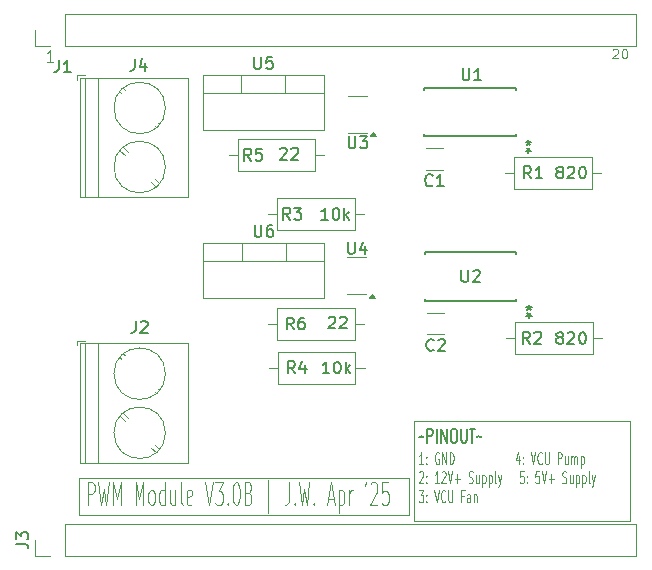
<source format=gbr>
%TF.GenerationSoftware,KiCad,Pcbnew,8.0.8*%
%TF.CreationDate,2025-04-18T11:11:17-04:00*%
%TF.ProjectId,PWM Module 3.0B,50574d20-4d6f-4647-956c-6520332e3042,rev?*%
%TF.SameCoordinates,Original*%
%TF.FileFunction,Legend,Top*%
%TF.FilePolarity,Positive*%
%FSLAX46Y46*%
G04 Gerber Fmt 4.6, Leading zero omitted, Abs format (unit mm)*
G04 Created by KiCad (PCBNEW 8.0.8) date 2025-04-18 11:11:17*
%MOMM*%
%LPD*%
G01*
G04 APERTURE LIST*
%ADD10C,0.150000*%
%ADD11C,0.100000*%
%ADD12C,0.152400*%
%ADD13C,0.120000*%
G04 APERTURE END LIST*
D10*
X175989160Y-49765057D02*
X176036779Y-49717438D01*
X176036779Y-49717438D02*
X176132017Y-49669819D01*
X176132017Y-49669819D02*
X176370112Y-49669819D01*
X176370112Y-49669819D02*
X176465350Y-49717438D01*
X176465350Y-49717438D02*
X176512969Y-49765057D01*
X176512969Y-49765057D02*
X176560588Y-49860295D01*
X176560588Y-49860295D02*
X176560588Y-49955533D01*
X176560588Y-49955533D02*
X176512969Y-50098390D01*
X176512969Y-50098390D02*
X175941541Y-50669819D01*
X175941541Y-50669819D02*
X176560588Y-50669819D01*
X176941541Y-49765057D02*
X176989160Y-49717438D01*
X176989160Y-49717438D02*
X177084398Y-49669819D01*
X177084398Y-49669819D02*
X177322493Y-49669819D01*
X177322493Y-49669819D02*
X177417731Y-49717438D01*
X177417731Y-49717438D02*
X177465350Y-49765057D01*
X177465350Y-49765057D02*
X177512969Y-49860295D01*
X177512969Y-49860295D02*
X177512969Y-49955533D01*
X177512969Y-49955533D02*
X177465350Y-50098390D01*
X177465350Y-50098390D02*
X176893922Y-50669819D01*
X176893922Y-50669819D02*
X177512969Y-50669819D01*
X195479636Y-51398390D02*
X195384398Y-51350771D01*
X195384398Y-51350771D02*
X195336779Y-51303152D01*
X195336779Y-51303152D02*
X195289160Y-51207914D01*
X195289160Y-51207914D02*
X195289160Y-51160295D01*
X195289160Y-51160295D02*
X195336779Y-51065057D01*
X195336779Y-51065057D02*
X195384398Y-51017438D01*
X195384398Y-51017438D02*
X195479636Y-50969819D01*
X195479636Y-50969819D02*
X195670112Y-50969819D01*
X195670112Y-50969819D02*
X195765350Y-51017438D01*
X195765350Y-51017438D02*
X195812969Y-51065057D01*
X195812969Y-51065057D02*
X195860588Y-51160295D01*
X195860588Y-51160295D02*
X195860588Y-51207914D01*
X195860588Y-51207914D02*
X195812969Y-51303152D01*
X195812969Y-51303152D02*
X195765350Y-51350771D01*
X195765350Y-51350771D02*
X195670112Y-51398390D01*
X195670112Y-51398390D02*
X195479636Y-51398390D01*
X195479636Y-51398390D02*
X195384398Y-51446009D01*
X195384398Y-51446009D02*
X195336779Y-51493628D01*
X195336779Y-51493628D02*
X195289160Y-51588866D01*
X195289160Y-51588866D02*
X195289160Y-51779342D01*
X195289160Y-51779342D02*
X195336779Y-51874580D01*
X195336779Y-51874580D02*
X195384398Y-51922200D01*
X195384398Y-51922200D02*
X195479636Y-51969819D01*
X195479636Y-51969819D02*
X195670112Y-51969819D01*
X195670112Y-51969819D02*
X195765350Y-51922200D01*
X195765350Y-51922200D02*
X195812969Y-51874580D01*
X195812969Y-51874580D02*
X195860588Y-51779342D01*
X195860588Y-51779342D02*
X195860588Y-51588866D01*
X195860588Y-51588866D02*
X195812969Y-51493628D01*
X195812969Y-51493628D02*
X195765350Y-51446009D01*
X195765350Y-51446009D02*
X195670112Y-51398390D01*
X196241541Y-51065057D02*
X196289160Y-51017438D01*
X196289160Y-51017438D02*
X196384398Y-50969819D01*
X196384398Y-50969819D02*
X196622493Y-50969819D01*
X196622493Y-50969819D02*
X196717731Y-51017438D01*
X196717731Y-51017438D02*
X196765350Y-51065057D01*
X196765350Y-51065057D02*
X196812969Y-51160295D01*
X196812969Y-51160295D02*
X196812969Y-51255533D01*
X196812969Y-51255533D02*
X196765350Y-51398390D01*
X196765350Y-51398390D02*
X196193922Y-51969819D01*
X196193922Y-51969819D02*
X196812969Y-51969819D01*
X197432017Y-50969819D02*
X197527255Y-50969819D01*
X197527255Y-50969819D02*
X197622493Y-51017438D01*
X197622493Y-51017438D02*
X197670112Y-51065057D01*
X197670112Y-51065057D02*
X197717731Y-51160295D01*
X197717731Y-51160295D02*
X197765350Y-51350771D01*
X197765350Y-51350771D02*
X197765350Y-51588866D01*
X197765350Y-51588866D02*
X197717731Y-51779342D01*
X197717731Y-51779342D02*
X197670112Y-51874580D01*
X197670112Y-51874580D02*
X197622493Y-51922200D01*
X197622493Y-51922200D02*
X197527255Y-51969819D01*
X197527255Y-51969819D02*
X197432017Y-51969819D01*
X197432017Y-51969819D02*
X197336779Y-51922200D01*
X197336779Y-51922200D02*
X197289160Y-51874580D01*
X197289160Y-51874580D02*
X197241541Y-51779342D01*
X197241541Y-51779342D02*
X197193922Y-51588866D01*
X197193922Y-51588866D02*
X197193922Y-51350771D01*
X197193922Y-51350771D02*
X197241541Y-51160295D01*
X197241541Y-51160295D02*
X197289160Y-51065057D01*
X197289160Y-51065057D02*
X197336779Y-51017438D01*
X197336779Y-51017438D02*
X197432017Y-50969819D01*
X195479636Y-37398390D02*
X195384398Y-37350771D01*
X195384398Y-37350771D02*
X195336779Y-37303152D01*
X195336779Y-37303152D02*
X195289160Y-37207914D01*
X195289160Y-37207914D02*
X195289160Y-37160295D01*
X195289160Y-37160295D02*
X195336779Y-37065057D01*
X195336779Y-37065057D02*
X195384398Y-37017438D01*
X195384398Y-37017438D02*
X195479636Y-36969819D01*
X195479636Y-36969819D02*
X195670112Y-36969819D01*
X195670112Y-36969819D02*
X195765350Y-37017438D01*
X195765350Y-37017438D02*
X195812969Y-37065057D01*
X195812969Y-37065057D02*
X195860588Y-37160295D01*
X195860588Y-37160295D02*
X195860588Y-37207914D01*
X195860588Y-37207914D02*
X195812969Y-37303152D01*
X195812969Y-37303152D02*
X195765350Y-37350771D01*
X195765350Y-37350771D02*
X195670112Y-37398390D01*
X195670112Y-37398390D02*
X195479636Y-37398390D01*
X195479636Y-37398390D02*
X195384398Y-37446009D01*
X195384398Y-37446009D02*
X195336779Y-37493628D01*
X195336779Y-37493628D02*
X195289160Y-37588866D01*
X195289160Y-37588866D02*
X195289160Y-37779342D01*
X195289160Y-37779342D02*
X195336779Y-37874580D01*
X195336779Y-37874580D02*
X195384398Y-37922200D01*
X195384398Y-37922200D02*
X195479636Y-37969819D01*
X195479636Y-37969819D02*
X195670112Y-37969819D01*
X195670112Y-37969819D02*
X195765350Y-37922200D01*
X195765350Y-37922200D02*
X195812969Y-37874580D01*
X195812969Y-37874580D02*
X195860588Y-37779342D01*
X195860588Y-37779342D02*
X195860588Y-37588866D01*
X195860588Y-37588866D02*
X195812969Y-37493628D01*
X195812969Y-37493628D02*
X195765350Y-37446009D01*
X195765350Y-37446009D02*
X195670112Y-37398390D01*
X196241541Y-37065057D02*
X196289160Y-37017438D01*
X196289160Y-37017438D02*
X196384398Y-36969819D01*
X196384398Y-36969819D02*
X196622493Y-36969819D01*
X196622493Y-36969819D02*
X196717731Y-37017438D01*
X196717731Y-37017438D02*
X196765350Y-37065057D01*
X196765350Y-37065057D02*
X196812969Y-37160295D01*
X196812969Y-37160295D02*
X196812969Y-37255533D01*
X196812969Y-37255533D02*
X196765350Y-37398390D01*
X196765350Y-37398390D02*
X196193922Y-37969819D01*
X196193922Y-37969819D02*
X196812969Y-37969819D01*
X197432017Y-36969819D02*
X197527255Y-36969819D01*
X197527255Y-36969819D02*
X197622493Y-37017438D01*
X197622493Y-37017438D02*
X197670112Y-37065057D01*
X197670112Y-37065057D02*
X197717731Y-37160295D01*
X197717731Y-37160295D02*
X197765350Y-37350771D01*
X197765350Y-37350771D02*
X197765350Y-37588866D01*
X197765350Y-37588866D02*
X197717731Y-37779342D01*
X197717731Y-37779342D02*
X197670112Y-37874580D01*
X197670112Y-37874580D02*
X197622493Y-37922200D01*
X197622493Y-37922200D02*
X197527255Y-37969819D01*
X197527255Y-37969819D02*
X197432017Y-37969819D01*
X197432017Y-37969819D02*
X197336779Y-37922200D01*
X197336779Y-37922200D02*
X197289160Y-37874580D01*
X197289160Y-37874580D02*
X197241541Y-37779342D01*
X197241541Y-37779342D02*
X197193922Y-37588866D01*
X197193922Y-37588866D02*
X197193922Y-37350771D01*
X197193922Y-37350771D02*
X197241541Y-37160295D01*
X197241541Y-37160295D02*
X197289160Y-37065057D01*
X197289160Y-37065057D02*
X197336779Y-37017438D01*
X197336779Y-37017438D02*
X197432017Y-36969819D01*
X171889160Y-35465057D02*
X171936779Y-35417438D01*
X171936779Y-35417438D02*
X172032017Y-35369819D01*
X172032017Y-35369819D02*
X172270112Y-35369819D01*
X172270112Y-35369819D02*
X172365350Y-35417438D01*
X172365350Y-35417438D02*
X172412969Y-35465057D01*
X172412969Y-35465057D02*
X172460588Y-35560295D01*
X172460588Y-35560295D02*
X172460588Y-35655533D01*
X172460588Y-35655533D02*
X172412969Y-35798390D01*
X172412969Y-35798390D02*
X171841541Y-36369819D01*
X171841541Y-36369819D02*
X172460588Y-36369819D01*
X172841541Y-35465057D02*
X172889160Y-35417438D01*
X172889160Y-35417438D02*
X172984398Y-35369819D01*
X172984398Y-35369819D02*
X173222493Y-35369819D01*
X173222493Y-35369819D02*
X173317731Y-35417438D01*
X173317731Y-35417438D02*
X173365350Y-35465057D01*
X173365350Y-35465057D02*
X173412969Y-35560295D01*
X173412969Y-35560295D02*
X173412969Y-35655533D01*
X173412969Y-35655533D02*
X173365350Y-35798390D01*
X173365350Y-35798390D02*
X172793922Y-36369819D01*
X172793922Y-36369819D02*
X173412969Y-36369819D01*
X175960588Y-41469819D02*
X175389160Y-41469819D01*
X175674874Y-41469819D02*
X175674874Y-40469819D01*
X175674874Y-40469819D02*
X175579636Y-40612676D01*
X175579636Y-40612676D02*
X175484398Y-40707914D01*
X175484398Y-40707914D02*
X175389160Y-40755533D01*
X176579636Y-40469819D02*
X176674874Y-40469819D01*
X176674874Y-40469819D02*
X176770112Y-40517438D01*
X176770112Y-40517438D02*
X176817731Y-40565057D01*
X176817731Y-40565057D02*
X176865350Y-40660295D01*
X176865350Y-40660295D02*
X176912969Y-40850771D01*
X176912969Y-40850771D02*
X176912969Y-41088866D01*
X176912969Y-41088866D02*
X176865350Y-41279342D01*
X176865350Y-41279342D02*
X176817731Y-41374580D01*
X176817731Y-41374580D02*
X176770112Y-41422200D01*
X176770112Y-41422200D02*
X176674874Y-41469819D01*
X176674874Y-41469819D02*
X176579636Y-41469819D01*
X176579636Y-41469819D02*
X176484398Y-41422200D01*
X176484398Y-41422200D02*
X176436779Y-41374580D01*
X176436779Y-41374580D02*
X176389160Y-41279342D01*
X176389160Y-41279342D02*
X176341541Y-41088866D01*
X176341541Y-41088866D02*
X176341541Y-40850771D01*
X176341541Y-40850771D02*
X176389160Y-40660295D01*
X176389160Y-40660295D02*
X176436779Y-40565057D01*
X176436779Y-40565057D02*
X176484398Y-40517438D01*
X176484398Y-40517438D02*
X176579636Y-40469819D01*
X177341541Y-41469819D02*
X177341541Y-40469819D01*
X177436779Y-41088866D02*
X177722493Y-41469819D01*
X177722493Y-40803152D02*
X177341541Y-41184104D01*
X176060588Y-54469819D02*
X175489160Y-54469819D01*
X175774874Y-54469819D02*
X175774874Y-53469819D01*
X175774874Y-53469819D02*
X175679636Y-53612676D01*
X175679636Y-53612676D02*
X175584398Y-53707914D01*
X175584398Y-53707914D02*
X175489160Y-53755533D01*
X176679636Y-53469819D02*
X176774874Y-53469819D01*
X176774874Y-53469819D02*
X176870112Y-53517438D01*
X176870112Y-53517438D02*
X176917731Y-53565057D01*
X176917731Y-53565057D02*
X176965350Y-53660295D01*
X176965350Y-53660295D02*
X177012969Y-53850771D01*
X177012969Y-53850771D02*
X177012969Y-54088866D01*
X177012969Y-54088866D02*
X176965350Y-54279342D01*
X176965350Y-54279342D02*
X176917731Y-54374580D01*
X176917731Y-54374580D02*
X176870112Y-54422200D01*
X176870112Y-54422200D02*
X176774874Y-54469819D01*
X176774874Y-54469819D02*
X176679636Y-54469819D01*
X176679636Y-54469819D02*
X176584398Y-54422200D01*
X176584398Y-54422200D02*
X176536779Y-54374580D01*
X176536779Y-54374580D02*
X176489160Y-54279342D01*
X176489160Y-54279342D02*
X176441541Y-54088866D01*
X176441541Y-54088866D02*
X176441541Y-53850771D01*
X176441541Y-53850771D02*
X176489160Y-53660295D01*
X176489160Y-53660295D02*
X176536779Y-53565057D01*
X176536779Y-53565057D02*
X176584398Y-53517438D01*
X176584398Y-53517438D02*
X176679636Y-53469819D01*
X177441541Y-54469819D02*
X177441541Y-53469819D01*
X177536779Y-54088866D02*
X177822493Y-54469819D01*
X177822493Y-53803152D02*
X177441541Y-54184104D01*
D11*
X183231191Y-58500000D02*
X201500000Y-58500000D01*
X201500000Y-67000000D01*
X183231191Y-67000000D01*
X183231191Y-58500000D01*
X154900000Y-63300000D02*
X182800000Y-63300000D01*
X182800000Y-66500000D01*
X154900000Y-66500000D01*
X154900000Y-63300000D01*
D10*
X183674874Y-59888200D02*
X183712969Y-59831057D01*
X183712969Y-59831057D02*
X183789160Y-59773914D01*
X183789160Y-59773914D02*
X183941541Y-59888200D01*
X183941541Y-59888200D02*
X184017731Y-59831057D01*
X184017731Y-59831057D02*
X184055826Y-59773914D01*
X184360589Y-60345342D02*
X184360589Y-59145342D01*
X184360589Y-59145342D02*
X184665351Y-59145342D01*
X184665351Y-59145342D02*
X184741541Y-59202485D01*
X184741541Y-59202485D02*
X184779636Y-59259628D01*
X184779636Y-59259628D02*
X184817732Y-59373914D01*
X184817732Y-59373914D02*
X184817732Y-59545342D01*
X184817732Y-59545342D02*
X184779636Y-59659628D01*
X184779636Y-59659628D02*
X184741541Y-59716771D01*
X184741541Y-59716771D02*
X184665351Y-59773914D01*
X184665351Y-59773914D02*
X184360589Y-59773914D01*
X185160589Y-60345342D02*
X185160589Y-59145342D01*
X185541541Y-60345342D02*
X185541541Y-59145342D01*
X185541541Y-59145342D02*
X185998684Y-60345342D01*
X185998684Y-60345342D02*
X185998684Y-59145342D01*
X186532017Y-59145342D02*
X186684398Y-59145342D01*
X186684398Y-59145342D02*
X186760588Y-59202485D01*
X186760588Y-59202485D02*
X186836779Y-59316771D01*
X186836779Y-59316771D02*
X186874874Y-59545342D01*
X186874874Y-59545342D02*
X186874874Y-59945342D01*
X186874874Y-59945342D02*
X186836779Y-60173914D01*
X186836779Y-60173914D02*
X186760588Y-60288200D01*
X186760588Y-60288200D02*
X186684398Y-60345342D01*
X186684398Y-60345342D02*
X186532017Y-60345342D01*
X186532017Y-60345342D02*
X186455826Y-60288200D01*
X186455826Y-60288200D02*
X186379636Y-60173914D01*
X186379636Y-60173914D02*
X186341540Y-59945342D01*
X186341540Y-59945342D02*
X186341540Y-59545342D01*
X186341540Y-59545342D02*
X186379636Y-59316771D01*
X186379636Y-59316771D02*
X186455826Y-59202485D01*
X186455826Y-59202485D02*
X186532017Y-59145342D01*
X187217731Y-59145342D02*
X187217731Y-60116771D01*
X187217731Y-60116771D02*
X187255826Y-60231057D01*
X187255826Y-60231057D02*
X187293921Y-60288200D01*
X187293921Y-60288200D02*
X187370112Y-60345342D01*
X187370112Y-60345342D02*
X187522493Y-60345342D01*
X187522493Y-60345342D02*
X187598683Y-60288200D01*
X187598683Y-60288200D02*
X187636778Y-60231057D01*
X187636778Y-60231057D02*
X187674874Y-60116771D01*
X187674874Y-60116771D02*
X187674874Y-59145342D01*
X187941540Y-59145342D02*
X188398683Y-59145342D01*
X188170111Y-60345342D02*
X188170111Y-59145342D01*
X188551064Y-59888200D02*
X188589159Y-59831057D01*
X188589159Y-59831057D02*
X188665350Y-59773914D01*
X188665350Y-59773914D02*
X188817731Y-59888200D01*
X188817731Y-59888200D02*
X188893921Y-59831057D01*
X188893921Y-59831057D02*
X188932016Y-59773914D01*
D11*
X184022931Y-62152531D02*
X183680074Y-62152531D01*
X183851503Y-62152531D02*
X183851503Y-61152531D01*
X183851503Y-61152531D02*
X183794360Y-61295388D01*
X183794360Y-61295388D02*
X183737217Y-61390626D01*
X183737217Y-61390626D02*
X183680074Y-61438245D01*
X184280075Y-62057292D02*
X184308646Y-62104912D01*
X184308646Y-62104912D02*
X184280075Y-62152531D01*
X184280075Y-62152531D02*
X184251503Y-62104912D01*
X184251503Y-62104912D02*
X184280075Y-62057292D01*
X184280075Y-62057292D02*
X184280075Y-62152531D01*
X184280075Y-61533483D02*
X184308646Y-61581102D01*
X184308646Y-61581102D02*
X184280075Y-61628721D01*
X184280075Y-61628721D02*
X184251503Y-61581102D01*
X184251503Y-61581102D02*
X184280075Y-61533483D01*
X184280075Y-61533483D02*
X184280075Y-61628721D01*
X185337217Y-61200150D02*
X185280075Y-61152531D01*
X185280075Y-61152531D02*
X185194360Y-61152531D01*
X185194360Y-61152531D02*
X185108646Y-61200150D01*
X185108646Y-61200150D02*
X185051503Y-61295388D01*
X185051503Y-61295388D02*
X185022932Y-61390626D01*
X185022932Y-61390626D02*
X184994360Y-61581102D01*
X184994360Y-61581102D02*
X184994360Y-61723959D01*
X184994360Y-61723959D02*
X185022932Y-61914435D01*
X185022932Y-61914435D02*
X185051503Y-62009673D01*
X185051503Y-62009673D02*
X185108646Y-62104912D01*
X185108646Y-62104912D02*
X185194360Y-62152531D01*
X185194360Y-62152531D02*
X185251503Y-62152531D01*
X185251503Y-62152531D02*
X185337217Y-62104912D01*
X185337217Y-62104912D02*
X185365789Y-62057292D01*
X185365789Y-62057292D02*
X185365789Y-61723959D01*
X185365789Y-61723959D02*
X185251503Y-61723959D01*
X185622932Y-62152531D02*
X185622932Y-61152531D01*
X185622932Y-61152531D02*
X185965789Y-62152531D01*
X185965789Y-62152531D02*
X185965789Y-61152531D01*
X186251503Y-62152531D02*
X186251503Y-61152531D01*
X186251503Y-61152531D02*
X186394360Y-61152531D01*
X186394360Y-61152531D02*
X186480074Y-61200150D01*
X186480074Y-61200150D02*
X186537217Y-61295388D01*
X186537217Y-61295388D02*
X186565788Y-61390626D01*
X186565788Y-61390626D02*
X186594360Y-61581102D01*
X186594360Y-61581102D02*
X186594360Y-61723959D01*
X186594360Y-61723959D02*
X186565788Y-61914435D01*
X186565788Y-61914435D02*
X186537217Y-62009673D01*
X186537217Y-62009673D02*
X186480074Y-62104912D01*
X186480074Y-62104912D02*
X186394360Y-62152531D01*
X186394360Y-62152531D02*
X186251503Y-62152531D01*
X192137219Y-61485864D02*
X192137219Y-62152531D01*
X191994361Y-61104912D02*
X191851504Y-61819197D01*
X191851504Y-61819197D02*
X192222933Y-61819197D01*
X192451505Y-62057292D02*
X192480076Y-62104912D01*
X192480076Y-62104912D02*
X192451505Y-62152531D01*
X192451505Y-62152531D02*
X192422933Y-62104912D01*
X192422933Y-62104912D02*
X192451505Y-62057292D01*
X192451505Y-62057292D02*
X192451505Y-62152531D01*
X192451505Y-61533483D02*
X192480076Y-61581102D01*
X192480076Y-61581102D02*
X192451505Y-61628721D01*
X192451505Y-61628721D02*
X192422933Y-61581102D01*
X192422933Y-61581102D02*
X192451505Y-61533483D01*
X192451505Y-61533483D02*
X192451505Y-61628721D01*
X193108647Y-61152531D02*
X193308647Y-62152531D01*
X193308647Y-62152531D02*
X193508647Y-61152531D01*
X194051505Y-62057292D02*
X194022933Y-62104912D01*
X194022933Y-62104912D02*
X193937219Y-62152531D01*
X193937219Y-62152531D02*
X193880076Y-62152531D01*
X193880076Y-62152531D02*
X193794362Y-62104912D01*
X193794362Y-62104912D02*
X193737219Y-62009673D01*
X193737219Y-62009673D02*
X193708648Y-61914435D01*
X193708648Y-61914435D02*
X193680076Y-61723959D01*
X193680076Y-61723959D02*
X193680076Y-61581102D01*
X193680076Y-61581102D02*
X193708648Y-61390626D01*
X193708648Y-61390626D02*
X193737219Y-61295388D01*
X193737219Y-61295388D02*
X193794362Y-61200150D01*
X193794362Y-61200150D02*
X193880076Y-61152531D01*
X193880076Y-61152531D02*
X193937219Y-61152531D01*
X193937219Y-61152531D02*
X194022933Y-61200150D01*
X194022933Y-61200150D02*
X194051505Y-61247769D01*
X194308648Y-61152531D02*
X194308648Y-61962054D01*
X194308648Y-61962054D02*
X194337219Y-62057292D01*
X194337219Y-62057292D02*
X194365791Y-62104912D01*
X194365791Y-62104912D02*
X194422933Y-62152531D01*
X194422933Y-62152531D02*
X194537219Y-62152531D01*
X194537219Y-62152531D02*
X194594362Y-62104912D01*
X194594362Y-62104912D02*
X194622933Y-62057292D01*
X194622933Y-62057292D02*
X194651505Y-61962054D01*
X194651505Y-61962054D02*
X194651505Y-61152531D01*
X195394362Y-62152531D02*
X195394362Y-61152531D01*
X195394362Y-61152531D02*
X195622933Y-61152531D01*
X195622933Y-61152531D02*
X195680076Y-61200150D01*
X195680076Y-61200150D02*
X195708647Y-61247769D01*
X195708647Y-61247769D02*
X195737219Y-61343007D01*
X195737219Y-61343007D02*
X195737219Y-61485864D01*
X195737219Y-61485864D02*
X195708647Y-61581102D01*
X195708647Y-61581102D02*
X195680076Y-61628721D01*
X195680076Y-61628721D02*
X195622933Y-61676340D01*
X195622933Y-61676340D02*
X195394362Y-61676340D01*
X196251505Y-61485864D02*
X196251505Y-62152531D01*
X195994362Y-61485864D02*
X195994362Y-62009673D01*
X195994362Y-62009673D02*
X196022933Y-62104912D01*
X196022933Y-62104912D02*
X196080076Y-62152531D01*
X196080076Y-62152531D02*
X196165790Y-62152531D01*
X196165790Y-62152531D02*
X196222933Y-62104912D01*
X196222933Y-62104912D02*
X196251505Y-62057292D01*
X196537219Y-62152531D02*
X196537219Y-61485864D01*
X196537219Y-61581102D02*
X196565790Y-61533483D01*
X196565790Y-61533483D02*
X196622933Y-61485864D01*
X196622933Y-61485864D02*
X196708647Y-61485864D01*
X196708647Y-61485864D02*
X196765790Y-61533483D01*
X196765790Y-61533483D02*
X196794362Y-61628721D01*
X196794362Y-61628721D02*
X196794362Y-62152531D01*
X196794362Y-61628721D02*
X196822933Y-61533483D01*
X196822933Y-61533483D02*
X196880076Y-61485864D01*
X196880076Y-61485864D02*
X196965790Y-61485864D01*
X196965790Y-61485864D02*
X197022933Y-61533483D01*
X197022933Y-61533483D02*
X197051504Y-61628721D01*
X197051504Y-61628721D02*
X197051504Y-62152531D01*
X197337219Y-61485864D02*
X197337219Y-62485864D01*
X197337219Y-61533483D02*
X197394362Y-61485864D01*
X197394362Y-61485864D02*
X197508647Y-61485864D01*
X197508647Y-61485864D02*
X197565790Y-61533483D01*
X197565790Y-61533483D02*
X197594362Y-61581102D01*
X197594362Y-61581102D02*
X197622933Y-61676340D01*
X197622933Y-61676340D02*
X197622933Y-61962054D01*
X197622933Y-61962054D02*
X197594362Y-62057292D01*
X197594362Y-62057292D02*
X197565790Y-62104912D01*
X197565790Y-62104912D02*
X197508647Y-62152531D01*
X197508647Y-62152531D02*
X197394362Y-62152531D01*
X197394362Y-62152531D02*
X197337219Y-62104912D01*
X183680074Y-62857713D02*
X183708646Y-62810094D01*
X183708646Y-62810094D02*
X183765789Y-62762475D01*
X183765789Y-62762475D02*
X183908646Y-62762475D01*
X183908646Y-62762475D02*
X183965789Y-62810094D01*
X183965789Y-62810094D02*
X183994360Y-62857713D01*
X183994360Y-62857713D02*
X184022931Y-62952951D01*
X184022931Y-62952951D02*
X184022931Y-63048189D01*
X184022931Y-63048189D02*
X183994360Y-63191046D01*
X183994360Y-63191046D02*
X183651503Y-63762475D01*
X183651503Y-63762475D02*
X184022931Y-63762475D01*
X184280075Y-63667236D02*
X184308646Y-63714856D01*
X184308646Y-63714856D02*
X184280075Y-63762475D01*
X184280075Y-63762475D02*
X184251503Y-63714856D01*
X184251503Y-63714856D02*
X184280075Y-63667236D01*
X184280075Y-63667236D02*
X184280075Y-63762475D01*
X184280075Y-63143427D02*
X184308646Y-63191046D01*
X184308646Y-63191046D02*
X184280075Y-63238665D01*
X184280075Y-63238665D02*
X184251503Y-63191046D01*
X184251503Y-63191046D02*
X184280075Y-63143427D01*
X184280075Y-63143427D02*
X184280075Y-63238665D01*
X185337217Y-63762475D02*
X184994360Y-63762475D01*
X185165789Y-63762475D02*
X185165789Y-62762475D01*
X185165789Y-62762475D02*
X185108646Y-62905332D01*
X185108646Y-62905332D02*
X185051503Y-63000570D01*
X185051503Y-63000570D02*
X184994360Y-63048189D01*
X185565789Y-62857713D02*
X185594361Y-62810094D01*
X185594361Y-62810094D02*
X185651504Y-62762475D01*
X185651504Y-62762475D02*
X185794361Y-62762475D01*
X185794361Y-62762475D02*
X185851504Y-62810094D01*
X185851504Y-62810094D02*
X185880075Y-62857713D01*
X185880075Y-62857713D02*
X185908646Y-62952951D01*
X185908646Y-62952951D02*
X185908646Y-63048189D01*
X185908646Y-63048189D02*
X185880075Y-63191046D01*
X185880075Y-63191046D02*
X185537218Y-63762475D01*
X185537218Y-63762475D02*
X185908646Y-63762475D01*
X186080075Y-62762475D02*
X186280075Y-63762475D01*
X186280075Y-63762475D02*
X186480075Y-62762475D01*
X186680076Y-63381522D02*
X187137219Y-63381522D01*
X186908647Y-63762475D02*
X186908647Y-63000570D01*
X187851504Y-63714856D02*
X187937219Y-63762475D01*
X187937219Y-63762475D02*
X188080076Y-63762475D01*
X188080076Y-63762475D02*
X188137219Y-63714856D01*
X188137219Y-63714856D02*
X188165790Y-63667236D01*
X188165790Y-63667236D02*
X188194361Y-63571998D01*
X188194361Y-63571998D02*
X188194361Y-63476760D01*
X188194361Y-63476760D02*
X188165790Y-63381522D01*
X188165790Y-63381522D02*
X188137219Y-63333903D01*
X188137219Y-63333903D02*
X188080076Y-63286284D01*
X188080076Y-63286284D02*
X187965790Y-63238665D01*
X187965790Y-63238665D02*
X187908647Y-63191046D01*
X187908647Y-63191046D02*
X187880076Y-63143427D01*
X187880076Y-63143427D02*
X187851504Y-63048189D01*
X187851504Y-63048189D02*
X187851504Y-62952951D01*
X187851504Y-62952951D02*
X187880076Y-62857713D01*
X187880076Y-62857713D02*
X187908647Y-62810094D01*
X187908647Y-62810094D02*
X187965790Y-62762475D01*
X187965790Y-62762475D02*
X188108647Y-62762475D01*
X188108647Y-62762475D02*
X188194361Y-62810094D01*
X188708648Y-63095808D02*
X188708648Y-63762475D01*
X188451505Y-63095808D02*
X188451505Y-63619617D01*
X188451505Y-63619617D02*
X188480076Y-63714856D01*
X188480076Y-63714856D02*
X188537219Y-63762475D01*
X188537219Y-63762475D02*
X188622933Y-63762475D01*
X188622933Y-63762475D02*
X188680076Y-63714856D01*
X188680076Y-63714856D02*
X188708648Y-63667236D01*
X188994362Y-63095808D02*
X188994362Y-64095808D01*
X188994362Y-63143427D02*
X189051505Y-63095808D01*
X189051505Y-63095808D02*
X189165790Y-63095808D01*
X189165790Y-63095808D02*
X189222933Y-63143427D01*
X189222933Y-63143427D02*
X189251505Y-63191046D01*
X189251505Y-63191046D02*
X189280076Y-63286284D01*
X189280076Y-63286284D02*
X189280076Y-63571998D01*
X189280076Y-63571998D02*
X189251505Y-63667236D01*
X189251505Y-63667236D02*
X189222933Y-63714856D01*
X189222933Y-63714856D02*
X189165790Y-63762475D01*
X189165790Y-63762475D02*
X189051505Y-63762475D01*
X189051505Y-63762475D02*
X188994362Y-63714856D01*
X189537219Y-63095808D02*
X189537219Y-64095808D01*
X189537219Y-63143427D02*
X189594362Y-63095808D01*
X189594362Y-63095808D02*
X189708647Y-63095808D01*
X189708647Y-63095808D02*
X189765790Y-63143427D01*
X189765790Y-63143427D02*
X189794362Y-63191046D01*
X189794362Y-63191046D02*
X189822933Y-63286284D01*
X189822933Y-63286284D02*
X189822933Y-63571998D01*
X189822933Y-63571998D02*
X189794362Y-63667236D01*
X189794362Y-63667236D02*
X189765790Y-63714856D01*
X189765790Y-63714856D02*
X189708647Y-63762475D01*
X189708647Y-63762475D02*
X189594362Y-63762475D01*
X189594362Y-63762475D02*
X189537219Y-63714856D01*
X190165790Y-63762475D02*
X190108647Y-63714856D01*
X190108647Y-63714856D02*
X190080076Y-63619617D01*
X190080076Y-63619617D02*
X190080076Y-62762475D01*
X190337219Y-63095808D02*
X190480076Y-63762475D01*
X190622933Y-63095808D02*
X190480076Y-63762475D01*
X190480076Y-63762475D02*
X190422933Y-64000570D01*
X190422933Y-64000570D02*
X190394362Y-64048189D01*
X190394362Y-64048189D02*
X190337219Y-64095808D01*
X192508648Y-62762475D02*
X192222934Y-62762475D01*
X192222934Y-62762475D02*
X192194362Y-63238665D01*
X192194362Y-63238665D02*
X192222934Y-63191046D01*
X192222934Y-63191046D02*
X192280077Y-63143427D01*
X192280077Y-63143427D02*
X192422934Y-63143427D01*
X192422934Y-63143427D02*
X192480077Y-63191046D01*
X192480077Y-63191046D02*
X192508648Y-63238665D01*
X192508648Y-63238665D02*
X192537219Y-63333903D01*
X192537219Y-63333903D02*
X192537219Y-63571998D01*
X192537219Y-63571998D02*
X192508648Y-63667236D01*
X192508648Y-63667236D02*
X192480077Y-63714856D01*
X192480077Y-63714856D02*
X192422934Y-63762475D01*
X192422934Y-63762475D02*
X192280077Y-63762475D01*
X192280077Y-63762475D02*
X192222934Y-63714856D01*
X192222934Y-63714856D02*
X192194362Y-63667236D01*
X192794363Y-63667236D02*
X192822934Y-63714856D01*
X192822934Y-63714856D02*
X192794363Y-63762475D01*
X192794363Y-63762475D02*
X192765791Y-63714856D01*
X192765791Y-63714856D02*
X192794363Y-63667236D01*
X192794363Y-63667236D02*
X192794363Y-63762475D01*
X192794363Y-63143427D02*
X192822934Y-63191046D01*
X192822934Y-63191046D02*
X192794363Y-63238665D01*
X192794363Y-63238665D02*
X192765791Y-63191046D01*
X192765791Y-63191046D02*
X192794363Y-63143427D01*
X192794363Y-63143427D02*
X192794363Y-63238665D01*
X193822934Y-62762475D02*
X193537220Y-62762475D01*
X193537220Y-62762475D02*
X193508648Y-63238665D01*
X193508648Y-63238665D02*
X193537220Y-63191046D01*
X193537220Y-63191046D02*
X193594363Y-63143427D01*
X193594363Y-63143427D02*
X193737220Y-63143427D01*
X193737220Y-63143427D02*
X193794363Y-63191046D01*
X193794363Y-63191046D02*
X193822934Y-63238665D01*
X193822934Y-63238665D02*
X193851505Y-63333903D01*
X193851505Y-63333903D02*
X193851505Y-63571998D01*
X193851505Y-63571998D02*
X193822934Y-63667236D01*
X193822934Y-63667236D02*
X193794363Y-63714856D01*
X193794363Y-63714856D02*
X193737220Y-63762475D01*
X193737220Y-63762475D02*
X193594363Y-63762475D01*
X193594363Y-63762475D02*
X193537220Y-63714856D01*
X193537220Y-63714856D02*
X193508648Y-63667236D01*
X194022934Y-62762475D02*
X194222934Y-63762475D01*
X194222934Y-63762475D02*
X194422934Y-62762475D01*
X194622935Y-63381522D02*
X195080078Y-63381522D01*
X194851506Y-63762475D02*
X194851506Y-63000570D01*
X195794363Y-63714856D02*
X195880078Y-63762475D01*
X195880078Y-63762475D02*
X196022935Y-63762475D01*
X196022935Y-63762475D02*
X196080078Y-63714856D01*
X196080078Y-63714856D02*
X196108649Y-63667236D01*
X196108649Y-63667236D02*
X196137220Y-63571998D01*
X196137220Y-63571998D02*
X196137220Y-63476760D01*
X196137220Y-63476760D02*
X196108649Y-63381522D01*
X196108649Y-63381522D02*
X196080078Y-63333903D01*
X196080078Y-63333903D02*
X196022935Y-63286284D01*
X196022935Y-63286284D02*
X195908649Y-63238665D01*
X195908649Y-63238665D02*
X195851506Y-63191046D01*
X195851506Y-63191046D02*
X195822935Y-63143427D01*
X195822935Y-63143427D02*
X195794363Y-63048189D01*
X195794363Y-63048189D02*
X195794363Y-62952951D01*
X195794363Y-62952951D02*
X195822935Y-62857713D01*
X195822935Y-62857713D02*
X195851506Y-62810094D01*
X195851506Y-62810094D02*
X195908649Y-62762475D01*
X195908649Y-62762475D02*
X196051506Y-62762475D01*
X196051506Y-62762475D02*
X196137220Y-62810094D01*
X196651507Y-63095808D02*
X196651507Y-63762475D01*
X196394364Y-63095808D02*
X196394364Y-63619617D01*
X196394364Y-63619617D02*
X196422935Y-63714856D01*
X196422935Y-63714856D02*
X196480078Y-63762475D01*
X196480078Y-63762475D02*
X196565792Y-63762475D01*
X196565792Y-63762475D02*
X196622935Y-63714856D01*
X196622935Y-63714856D02*
X196651507Y-63667236D01*
X196937221Y-63095808D02*
X196937221Y-64095808D01*
X196937221Y-63143427D02*
X196994364Y-63095808D01*
X196994364Y-63095808D02*
X197108649Y-63095808D01*
X197108649Y-63095808D02*
X197165792Y-63143427D01*
X197165792Y-63143427D02*
X197194364Y-63191046D01*
X197194364Y-63191046D02*
X197222935Y-63286284D01*
X197222935Y-63286284D02*
X197222935Y-63571998D01*
X197222935Y-63571998D02*
X197194364Y-63667236D01*
X197194364Y-63667236D02*
X197165792Y-63714856D01*
X197165792Y-63714856D02*
X197108649Y-63762475D01*
X197108649Y-63762475D02*
X196994364Y-63762475D01*
X196994364Y-63762475D02*
X196937221Y-63714856D01*
X197480078Y-63095808D02*
X197480078Y-64095808D01*
X197480078Y-63143427D02*
X197537221Y-63095808D01*
X197537221Y-63095808D02*
X197651506Y-63095808D01*
X197651506Y-63095808D02*
X197708649Y-63143427D01*
X197708649Y-63143427D02*
X197737221Y-63191046D01*
X197737221Y-63191046D02*
X197765792Y-63286284D01*
X197765792Y-63286284D02*
X197765792Y-63571998D01*
X197765792Y-63571998D02*
X197737221Y-63667236D01*
X197737221Y-63667236D02*
X197708649Y-63714856D01*
X197708649Y-63714856D02*
X197651506Y-63762475D01*
X197651506Y-63762475D02*
X197537221Y-63762475D01*
X197537221Y-63762475D02*
X197480078Y-63714856D01*
X198108649Y-63762475D02*
X198051506Y-63714856D01*
X198051506Y-63714856D02*
X198022935Y-63619617D01*
X198022935Y-63619617D02*
X198022935Y-62762475D01*
X198280078Y-63095808D02*
X198422935Y-63762475D01*
X198565792Y-63095808D02*
X198422935Y-63762475D01*
X198422935Y-63762475D02*
X198365792Y-64000570D01*
X198365792Y-64000570D02*
X198337221Y-64048189D01*
X198337221Y-64048189D02*
X198280078Y-64095808D01*
X183651503Y-64372419D02*
X184022931Y-64372419D01*
X184022931Y-64372419D02*
X183822931Y-64753371D01*
X183822931Y-64753371D02*
X183908646Y-64753371D01*
X183908646Y-64753371D02*
X183965789Y-64800990D01*
X183965789Y-64800990D02*
X183994360Y-64848609D01*
X183994360Y-64848609D02*
X184022931Y-64943847D01*
X184022931Y-64943847D02*
X184022931Y-65181942D01*
X184022931Y-65181942D02*
X183994360Y-65277180D01*
X183994360Y-65277180D02*
X183965789Y-65324800D01*
X183965789Y-65324800D02*
X183908646Y-65372419D01*
X183908646Y-65372419D02*
X183737217Y-65372419D01*
X183737217Y-65372419D02*
X183680074Y-65324800D01*
X183680074Y-65324800D02*
X183651503Y-65277180D01*
X184280075Y-65277180D02*
X184308646Y-65324800D01*
X184308646Y-65324800D02*
X184280075Y-65372419D01*
X184280075Y-65372419D02*
X184251503Y-65324800D01*
X184251503Y-65324800D02*
X184280075Y-65277180D01*
X184280075Y-65277180D02*
X184280075Y-65372419D01*
X184280075Y-64753371D02*
X184308646Y-64800990D01*
X184308646Y-64800990D02*
X184280075Y-64848609D01*
X184280075Y-64848609D02*
X184251503Y-64800990D01*
X184251503Y-64800990D02*
X184280075Y-64753371D01*
X184280075Y-64753371D02*
X184280075Y-64848609D01*
X184937217Y-64372419D02*
X185137217Y-65372419D01*
X185137217Y-65372419D02*
X185337217Y-64372419D01*
X185880075Y-65277180D02*
X185851503Y-65324800D01*
X185851503Y-65324800D02*
X185765789Y-65372419D01*
X185765789Y-65372419D02*
X185708646Y-65372419D01*
X185708646Y-65372419D02*
X185622932Y-65324800D01*
X185622932Y-65324800D02*
X185565789Y-65229561D01*
X185565789Y-65229561D02*
X185537218Y-65134323D01*
X185537218Y-65134323D02*
X185508646Y-64943847D01*
X185508646Y-64943847D02*
X185508646Y-64800990D01*
X185508646Y-64800990D02*
X185537218Y-64610514D01*
X185537218Y-64610514D02*
X185565789Y-64515276D01*
X185565789Y-64515276D02*
X185622932Y-64420038D01*
X185622932Y-64420038D02*
X185708646Y-64372419D01*
X185708646Y-64372419D02*
X185765789Y-64372419D01*
X185765789Y-64372419D02*
X185851503Y-64420038D01*
X185851503Y-64420038D02*
X185880075Y-64467657D01*
X186137218Y-64372419D02*
X186137218Y-65181942D01*
X186137218Y-65181942D02*
X186165789Y-65277180D01*
X186165789Y-65277180D02*
X186194361Y-65324800D01*
X186194361Y-65324800D02*
X186251503Y-65372419D01*
X186251503Y-65372419D02*
X186365789Y-65372419D01*
X186365789Y-65372419D02*
X186422932Y-65324800D01*
X186422932Y-65324800D02*
X186451503Y-65277180D01*
X186451503Y-65277180D02*
X186480075Y-65181942D01*
X186480075Y-65181942D02*
X186480075Y-64372419D01*
X187422932Y-64848609D02*
X187222932Y-64848609D01*
X187222932Y-65372419D02*
X187222932Y-64372419D01*
X187222932Y-64372419D02*
X187508646Y-64372419D01*
X187994361Y-65372419D02*
X187994361Y-64848609D01*
X187994361Y-64848609D02*
X187965789Y-64753371D01*
X187965789Y-64753371D02*
X187908646Y-64705752D01*
X187908646Y-64705752D02*
X187794361Y-64705752D01*
X187794361Y-64705752D02*
X187737218Y-64753371D01*
X187994361Y-65324800D02*
X187937218Y-65372419D01*
X187937218Y-65372419D02*
X187794361Y-65372419D01*
X187794361Y-65372419D02*
X187737218Y-65324800D01*
X187737218Y-65324800D02*
X187708646Y-65229561D01*
X187708646Y-65229561D02*
X187708646Y-65134323D01*
X187708646Y-65134323D02*
X187737218Y-65039085D01*
X187737218Y-65039085D02*
X187794361Y-64991466D01*
X187794361Y-64991466D02*
X187937218Y-64991466D01*
X187937218Y-64991466D02*
X187994361Y-64943847D01*
X188280075Y-64705752D02*
X188280075Y-65372419D01*
X188280075Y-64800990D02*
X188308646Y-64753371D01*
X188308646Y-64753371D02*
X188365789Y-64705752D01*
X188365789Y-64705752D02*
X188451503Y-64705752D01*
X188451503Y-64705752D02*
X188508646Y-64753371D01*
X188508646Y-64753371D02*
X188537218Y-64848609D01*
X188537218Y-64848609D02*
X188537218Y-65372419D01*
X152701503Y-28072419D02*
X152130075Y-28072419D01*
X152415789Y-28072419D02*
X152415789Y-27072419D01*
X152415789Y-27072419D02*
X152320551Y-27215276D01*
X152320551Y-27215276D02*
X152225313Y-27310514D01*
X152225313Y-27310514D02*
X152130075Y-27358133D01*
X155603884Y-65650038D02*
X155603884Y-63650038D01*
X155603884Y-63650038D02*
X155984836Y-63650038D01*
X155984836Y-63650038D02*
X156080074Y-63745276D01*
X156080074Y-63745276D02*
X156127693Y-63840514D01*
X156127693Y-63840514D02*
X156175312Y-64030990D01*
X156175312Y-64030990D02*
X156175312Y-64316704D01*
X156175312Y-64316704D02*
X156127693Y-64507180D01*
X156127693Y-64507180D02*
X156080074Y-64602419D01*
X156080074Y-64602419D02*
X155984836Y-64697657D01*
X155984836Y-64697657D02*
X155603884Y-64697657D01*
X156508646Y-63650038D02*
X156746741Y-65650038D01*
X156746741Y-65650038D02*
X156937217Y-64221466D01*
X156937217Y-64221466D02*
X157127693Y-65650038D01*
X157127693Y-65650038D02*
X157365789Y-63650038D01*
X157746741Y-65650038D02*
X157746741Y-63650038D01*
X157746741Y-63650038D02*
X158080074Y-65078609D01*
X158080074Y-65078609D02*
X158413407Y-63650038D01*
X158413407Y-63650038D02*
X158413407Y-65650038D01*
X159651503Y-65650038D02*
X159651503Y-63650038D01*
X159651503Y-63650038D02*
X159984836Y-65078609D01*
X159984836Y-65078609D02*
X160318169Y-63650038D01*
X160318169Y-63650038D02*
X160318169Y-65650038D01*
X160937217Y-65650038D02*
X160841979Y-65554800D01*
X160841979Y-65554800D02*
X160794360Y-65459561D01*
X160794360Y-65459561D02*
X160746741Y-65269085D01*
X160746741Y-65269085D02*
X160746741Y-64697657D01*
X160746741Y-64697657D02*
X160794360Y-64507180D01*
X160794360Y-64507180D02*
X160841979Y-64411942D01*
X160841979Y-64411942D02*
X160937217Y-64316704D01*
X160937217Y-64316704D02*
X161080074Y-64316704D01*
X161080074Y-64316704D02*
X161175312Y-64411942D01*
X161175312Y-64411942D02*
X161222931Y-64507180D01*
X161222931Y-64507180D02*
X161270550Y-64697657D01*
X161270550Y-64697657D02*
X161270550Y-65269085D01*
X161270550Y-65269085D02*
X161222931Y-65459561D01*
X161222931Y-65459561D02*
X161175312Y-65554800D01*
X161175312Y-65554800D02*
X161080074Y-65650038D01*
X161080074Y-65650038D02*
X160937217Y-65650038D01*
X162127693Y-65650038D02*
X162127693Y-63650038D01*
X162127693Y-65554800D02*
X162032455Y-65650038D01*
X162032455Y-65650038D02*
X161841979Y-65650038D01*
X161841979Y-65650038D02*
X161746741Y-65554800D01*
X161746741Y-65554800D02*
X161699122Y-65459561D01*
X161699122Y-65459561D02*
X161651503Y-65269085D01*
X161651503Y-65269085D02*
X161651503Y-64697657D01*
X161651503Y-64697657D02*
X161699122Y-64507180D01*
X161699122Y-64507180D02*
X161746741Y-64411942D01*
X161746741Y-64411942D02*
X161841979Y-64316704D01*
X161841979Y-64316704D02*
X162032455Y-64316704D01*
X162032455Y-64316704D02*
X162127693Y-64411942D01*
X163032455Y-64316704D02*
X163032455Y-65650038D01*
X162603884Y-64316704D02*
X162603884Y-65364323D01*
X162603884Y-65364323D02*
X162651503Y-65554800D01*
X162651503Y-65554800D02*
X162746741Y-65650038D01*
X162746741Y-65650038D02*
X162889598Y-65650038D01*
X162889598Y-65650038D02*
X162984836Y-65554800D01*
X162984836Y-65554800D02*
X163032455Y-65459561D01*
X163651503Y-65650038D02*
X163556265Y-65554800D01*
X163556265Y-65554800D02*
X163508646Y-65364323D01*
X163508646Y-65364323D02*
X163508646Y-63650038D01*
X164413408Y-65554800D02*
X164318170Y-65650038D01*
X164318170Y-65650038D02*
X164127694Y-65650038D01*
X164127694Y-65650038D02*
X164032456Y-65554800D01*
X164032456Y-65554800D02*
X163984837Y-65364323D01*
X163984837Y-65364323D02*
X163984837Y-64602419D01*
X163984837Y-64602419D02*
X164032456Y-64411942D01*
X164032456Y-64411942D02*
X164127694Y-64316704D01*
X164127694Y-64316704D02*
X164318170Y-64316704D01*
X164318170Y-64316704D02*
X164413408Y-64411942D01*
X164413408Y-64411942D02*
X164461027Y-64602419D01*
X164461027Y-64602419D02*
X164461027Y-64792895D01*
X164461027Y-64792895D02*
X163984837Y-64983371D01*
X165508647Y-63650038D02*
X165841980Y-65650038D01*
X165841980Y-65650038D02*
X166175313Y-63650038D01*
X166413409Y-63650038D02*
X167032456Y-63650038D01*
X167032456Y-63650038D02*
X166699123Y-64411942D01*
X166699123Y-64411942D02*
X166841980Y-64411942D01*
X166841980Y-64411942D02*
X166937218Y-64507180D01*
X166937218Y-64507180D02*
X166984837Y-64602419D01*
X166984837Y-64602419D02*
X167032456Y-64792895D01*
X167032456Y-64792895D02*
X167032456Y-65269085D01*
X167032456Y-65269085D02*
X166984837Y-65459561D01*
X166984837Y-65459561D02*
X166937218Y-65554800D01*
X166937218Y-65554800D02*
X166841980Y-65650038D01*
X166841980Y-65650038D02*
X166556266Y-65650038D01*
X166556266Y-65650038D02*
X166461028Y-65554800D01*
X166461028Y-65554800D02*
X166413409Y-65459561D01*
X167461028Y-65459561D02*
X167508647Y-65554800D01*
X167508647Y-65554800D02*
X167461028Y-65650038D01*
X167461028Y-65650038D02*
X167413409Y-65554800D01*
X167413409Y-65554800D02*
X167461028Y-65459561D01*
X167461028Y-65459561D02*
X167461028Y-65650038D01*
X168127694Y-63650038D02*
X168222932Y-63650038D01*
X168222932Y-63650038D02*
X168318170Y-63745276D01*
X168318170Y-63745276D02*
X168365789Y-63840514D01*
X168365789Y-63840514D02*
X168413408Y-64030990D01*
X168413408Y-64030990D02*
X168461027Y-64411942D01*
X168461027Y-64411942D02*
X168461027Y-64888133D01*
X168461027Y-64888133D02*
X168413408Y-65269085D01*
X168413408Y-65269085D02*
X168365789Y-65459561D01*
X168365789Y-65459561D02*
X168318170Y-65554800D01*
X168318170Y-65554800D02*
X168222932Y-65650038D01*
X168222932Y-65650038D02*
X168127694Y-65650038D01*
X168127694Y-65650038D02*
X168032456Y-65554800D01*
X168032456Y-65554800D02*
X167984837Y-65459561D01*
X167984837Y-65459561D02*
X167937218Y-65269085D01*
X167937218Y-65269085D02*
X167889599Y-64888133D01*
X167889599Y-64888133D02*
X167889599Y-64411942D01*
X167889599Y-64411942D02*
X167937218Y-64030990D01*
X167937218Y-64030990D02*
X167984837Y-63840514D01*
X167984837Y-63840514D02*
X168032456Y-63745276D01*
X168032456Y-63745276D02*
X168127694Y-63650038D01*
X169222932Y-64602419D02*
X169365789Y-64697657D01*
X169365789Y-64697657D02*
X169413408Y-64792895D01*
X169413408Y-64792895D02*
X169461027Y-64983371D01*
X169461027Y-64983371D02*
X169461027Y-65269085D01*
X169461027Y-65269085D02*
X169413408Y-65459561D01*
X169413408Y-65459561D02*
X169365789Y-65554800D01*
X169365789Y-65554800D02*
X169270551Y-65650038D01*
X169270551Y-65650038D02*
X168889599Y-65650038D01*
X168889599Y-65650038D02*
X168889599Y-63650038D01*
X168889599Y-63650038D02*
X169222932Y-63650038D01*
X169222932Y-63650038D02*
X169318170Y-63745276D01*
X169318170Y-63745276D02*
X169365789Y-63840514D01*
X169365789Y-63840514D02*
X169413408Y-64030990D01*
X169413408Y-64030990D02*
X169413408Y-64221466D01*
X169413408Y-64221466D02*
X169365789Y-64411942D01*
X169365789Y-64411942D02*
X169318170Y-64507180D01*
X169318170Y-64507180D02*
X169222932Y-64602419D01*
X169222932Y-64602419D02*
X168889599Y-64602419D01*
X170889599Y-66316704D02*
X170889599Y-63459561D01*
X172651504Y-63650038D02*
X172651504Y-65078609D01*
X172651504Y-65078609D02*
X172603885Y-65364323D01*
X172603885Y-65364323D02*
X172508647Y-65554800D01*
X172508647Y-65554800D02*
X172365790Y-65650038D01*
X172365790Y-65650038D02*
X172270552Y-65650038D01*
X173127695Y-65459561D02*
X173175314Y-65554800D01*
X173175314Y-65554800D02*
X173127695Y-65650038D01*
X173127695Y-65650038D02*
X173080076Y-65554800D01*
X173080076Y-65554800D02*
X173127695Y-65459561D01*
X173127695Y-65459561D02*
X173127695Y-65650038D01*
X173508647Y-63650038D02*
X173746742Y-65650038D01*
X173746742Y-65650038D02*
X173937218Y-64221466D01*
X173937218Y-64221466D02*
X174127694Y-65650038D01*
X174127694Y-65650038D02*
X174365790Y-63650038D01*
X174746742Y-65459561D02*
X174794361Y-65554800D01*
X174794361Y-65554800D02*
X174746742Y-65650038D01*
X174746742Y-65650038D02*
X174699123Y-65554800D01*
X174699123Y-65554800D02*
X174746742Y-65459561D01*
X174746742Y-65459561D02*
X174746742Y-65650038D01*
X175937218Y-65078609D02*
X176413408Y-65078609D01*
X175841980Y-65650038D02*
X176175313Y-63650038D01*
X176175313Y-63650038D02*
X176508646Y-65650038D01*
X176841980Y-64316704D02*
X176841980Y-66316704D01*
X176841980Y-64411942D02*
X176937218Y-64316704D01*
X176937218Y-64316704D02*
X177127694Y-64316704D01*
X177127694Y-64316704D02*
X177222932Y-64411942D01*
X177222932Y-64411942D02*
X177270551Y-64507180D01*
X177270551Y-64507180D02*
X177318170Y-64697657D01*
X177318170Y-64697657D02*
X177318170Y-65269085D01*
X177318170Y-65269085D02*
X177270551Y-65459561D01*
X177270551Y-65459561D02*
X177222932Y-65554800D01*
X177222932Y-65554800D02*
X177127694Y-65650038D01*
X177127694Y-65650038D02*
X176937218Y-65650038D01*
X176937218Y-65650038D02*
X176841980Y-65554800D01*
X177746742Y-65650038D02*
X177746742Y-64316704D01*
X177746742Y-64697657D02*
X177794361Y-64507180D01*
X177794361Y-64507180D02*
X177841980Y-64411942D01*
X177841980Y-64411942D02*
X177937218Y-64316704D01*
X177937218Y-64316704D02*
X178032456Y-64316704D01*
X179175314Y-63650038D02*
X179080076Y-64030990D01*
X179556266Y-63840514D02*
X179603885Y-63745276D01*
X179603885Y-63745276D02*
X179699123Y-63650038D01*
X179699123Y-63650038D02*
X179937218Y-63650038D01*
X179937218Y-63650038D02*
X180032456Y-63745276D01*
X180032456Y-63745276D02*
X180080075Y-63840514D01*
X180080075Y-63840514D02*
X180127694Y-64030990D01*
X180127694Y-64030990D02*
X180127694Y-64221466D01*
X180127694Y-64221466D02*
X180080075Y-64507180D01*
X180080075Y-64507180D02*
X179508647Y-65650038D01*
X179508647Y-65650038D02*
X180127694Y-65650038D01*
X181032456Y-63650038D02*
X180556266Y-63650038D01*
X180556266Y-63650038D02*
X180508647Y-64602419D01*
X180508647Y-64602419D02*
X180556266Y-64507180D01*
X180556266Y-64507180D02*
X180651504Y-64411942D01*
X180651504Y-64411942D02*
X180889599Y-64411942D01*
X180889599Y-64411942D02*
X180984837Y-64507180D01*
X180984837Y-64507180D02*
X181032456Y-64602419D01*
X181032456Y-64602419D02*
X181080075Y-64792895D01*
X181080075Y-64792895D02*
X181080075Y-65269085D01*
X181080075Y-65269085D02*
X181032456Y-65459561D01*
X181032456Y-65459561D02*
X180984837Y-65554800D01*
X180984837Y-65554800D02*
X180889599Y-65650038D01*
X180889599Y-65650038D02*
X180651504Y-65650038D01*
X180651504Y-65650038D02*
X180556266Y-65554800D01*
X180556266Y-65554800D02*
X180508647Y-65459561D01*
X200046264Y-27073085D02*
X200084360Y-27034990D01*
X200084360Y-27034990D02*
X200160550Y-26996895D01*
X200160550Y-26996895D02*
X200351026Y-26996895D01*
X200351026Y-26996895D02*
X200427217Y-27034990D01*
X200427217Y-27034990D02*
X200465312Y-27073085D01*
X200465312Y-27073085D02*
X200503407Y-27149276D01*
X200503407Y-27149276D02*
X200503407Y-27225466D01*
X200503407Y-27225466D02*
X200465312Y-27339752D01*
X200465312Y-27339752D02*
X200008169Y-27796895D01*
X200008169Y-27796895D02*
X200503407Y-27796895D01*
X200998646Y-26996895D02*
X201074836Y-26996895D01*
X201074836Y-26996895D02*
X201151027Y-27034990D01*
X201151027Y-27034990D02*
X201189122Y-27073085D01*
X201189122Y-27073085D02*
X201227217Y-27149276D01*
X201227217Y-27149276D02*
X201265312Y-27301657D01*
X201265312Y-27301657D02*
X201265312Y-27492133D01*
X201265312Y-27492133D02*
X201227217Y-27644514D01*
X201227217Y-27644514D02*
X201189122Y-27720704D01*
X201189122Y-27720704D02*
X201151027Y-27758800D01*
X201151027Y-27758800D02*
X201074836Y-27796895D01*
X201074836Y-27796895D02*
X200998646Y-27796895D01*
X200998646Y-27796895D02*
X200922455Y-27758800D01*
X200922455Y-27758800D02*
X200884360Y-27720704D01*
X200884360Y-27720704D02*
X200846265Y-27644514D01*
X200846265Y-27644514D02*
X200808169Y-27492133D01*
X200808169Y-27492133D02*
X200808169Y-27301657D01*
X200808169Y-27301657D02*
X200846265Y-27149276D01*
X200846265Y-27149276D02*
X200884360Y-27073085D01*
X200884360Y-27073085D02*
X200922455Y-27034990D01*
X200922455Y-27034990D02*
X200998646Y-26996895D01*
D10*
X187338095Y-28654819D02*
X187338095Y-29464342D01*
X187338095Y-29464342D02*
X187385714Y-29559580D01*
X187385714Y-29559580D02*
X187433333Y-29607200D01*
X187433333Y-29607200D02*
X187528571Y-29654819D01*
X187528571Y-29654819D02*
X187719047Y-29654819D01*
X187719047Y-29654819D02*
X187814285Y-29607200D01*
X187814285Y-29607200D02*
X187861904Y-29559580D01*
X187861904Y-29559580D02*
X187909523Y-29464342D01*
X187909523Y-29464342D02*
X187909523Y-28654819D01*
X188909523Y-29654819D02*
X188338095Y-29654819D01*
X188623809Y-29654819D02*
X188623809Y-28654819D01*
X188623809Y-28654819D02*
X188528571Y-28797676D01*
X188528571Y-28797676D02*
X188433333Y-28892914D01*
X188433333Y-28892914D02*
X188338095Y-28940533D01*
X192913000Y-34726219D02*
X192913000Y-34964314D01*
X192674905Y-34869076D02*
X192913000Y-34964314D01*
X192913000Y-34964314D02*
X193151095Y-34869076D01*
X192770143Y-35154790D02*
X192913000Y-34964314D01*
X192913000Y-34964314D02*
X193055857Y-35154790D01*
X192912999Y-35816580D02*
X192912999Y-35578485D01*
X193151094Y-35673723D02*
X192912999Y-35578485D01*
X192912999Y-35578485D02*
X192674904Y-35673723D01*
X193055856Y-35388009D02*
X192912999Y-35578485D01*
X192912999Y-35578485D02*
X192770142Y-35388009D01*
X177638095Y-43354819D02*
X177638095Y-44164342D01*
X177638095Y-44164342D02*
X177685714Y-44259580D01*
X177685714Y-44259580D02*
X177733333Y-44307200D01*
X177733333Y-44307200D02*
X177828571Y-44354819D01*
X177828571Y-44354819D02*
X178019047Y-44354819D01*
X178019047Y-44354819D02*
X178114285Y-44307200D01*
X178114285Y-44307200D02*
X178161904Y-44259580D01*
X178161904Y-44259580D02*
X178209523Y-44164342D01*
X178209523Y-44164342D02*
X178209523Y-43354819D01*
X179114285Y-43688152D02*
X179114285Y-44354819D01*
X178876190Y-43307200D02*
X178638095Y-44021485D01*
X178638095Y-44021485D02*
X179257142Y-44021485D01*
X153166666Y-27954819D02*
X153166666Y-28669104D01*
X153166666Y-28669104D02*
X153119047Y-28811961D01*
X153119047Y-28811961D02*
X153023809Y-28907200D01*
X153023809Y-28907200D02*
X152880952Y-28954819D01*
X152880952Y-28954819D02*
X152785714Y-28954819D01*
X154166666Y-28954819D02*
X153595238Y-28954819D01*
X153880952Y-28954819D02*
X153880952Y-27954819D01*
X153880952Y-27954819D02*
X153785714Y-28097676D01*
X153785714Y-28097676D02*
X153690476Y-28192914D01*
X153690476Y-28192914D02*
X153595238Y-28240533D01*
X169698095Y-27684819D02*
X169698095Y-28494342D01*
X169698095Y-28494342D02*
X169745714Y-28589580D01*
X169745714Y-28589580D02*
X169793333Y-28637200D01*
X169793333Y-28637200D02*
X169888571Y-28684819D01*
X169888571Y-28684819D02*
X170079047Y-28684819D01*
X170079047Y-28684819D02*
X170174285Y-28637200D01*
X170174285Y-28637200D02*
X170221904Y-28589580D01*
X170221904Y-28589580D02*
X170269523Y-28494342D01*
X170269523Y-28494342D02*
X170269523Y-27684819D01*
X171221904Y-27684819D02*
X170745714Y-27684819D01*
X170745714Y-27684819D02*
X170698095Y-28161009D01*
X170698095Y-28161009D02*
X170745714Y-28113390D01*
X170745714Y-28113390D02*
X170840952Y-28065771D01*
X170840952Y-28065771D02*
X171079047Y-28065771D01*
X171079047Y-28065771D02*
X171174285Y-28113390D01*
X171174285Y-28113390D02*
X171221904Y-28161009D01*
X171221904Y-28161009D02*
X171269523Y-28256247D01*
X171269523Y-28256247D02*
X171269523Y-28494342D01*
X171269523Y-28494342D02*
X171221904Y-28589580D01*
X171221904Y-28589580D02*
X171174285Y-28637200D01*
X171174285Y-28637200D02*
X171079047Y-28684819D01*
X171079047Y-28684819D02*
X170840952Y-28684819D01*
X170840952Y-28684819D02*
X170745714Y-28637200D01*
X170745714Y-28637200D02*
X170698095Y-28589580D01*
X193033333Y-51954819D02*
X192700000Y-51478628D01*
X192461905Y-51954819D02*
X192461905Y-50954819D01*
X192461905Y-50954819D02*
X192842857Y-50954819D01*
X192842857Y-50954819D02*
X192938095Y-51002438D01*
X192938095Y-51002438D02*
X192985714Y-51050057D01*
X192985714Y-51050057D02*
X193033333Y-51145295D01*
X193033333Y-51145295D02*
X193033333Y-51288152D01*
X193033333Y-51288152D02*
X192985714Y-51383390D01*
X192985714Y-51383390D02*
X192938095Y-51431009D01*
X192938095Y-51431009D02*
X192842857Y-51478628D01*
X192842857Y-51478628D02*
X192461905Y-51478628D01*
X193414286Y-51050057D02*
X193461905Y-51002438D01*
X193461905Y-51002438D02*
X193557143Y-50954819D01*
X193557143Y-50954819D02*
X193795238Y-50954819D01*
X193795238Y-50954819D02*
X193890476Y-51002438D01*
X193890476Y-51002438D02*
X193938095Y-51050057D01*
X193938095Y-51050057D02*
X193985714Y-51145295D01*
X193985714Y-51145295D02*
X193985714Y-51240533D01*
X193985714Y-51240533D02*
X193938095Y-51383390D01*
X193938095Y-51383390D02*
X193366667Y-51954819D01*
X193366667Y-51954819D02*
X193985714Y-51954819D01*
X172733333Y-41454819D02*
X172400000Y-40978628D01*
X172161905Y-41454819D02*
X172161905Y-40454819D01*
X172161905Y-40454819D02*
X172542857Y-40454819D01*
X172542857Y-40454819D02*
X172638095Y-40502438D01*
X172638095Y-40502438D02*
X172685714Y-40550057D01*
X172685714Y-40550057D02*
X172733333Y-40645295D01*
X172733333Y-40645295D02*
X172733333Y-40788152D01*
X172733333Y-40788152D02*
X172685714Y-40883390D01*
X172685714Y-40883390D02*
X172638095Y-40931009D01*
X172638095Y-40931009D02*
X172542857Y-40978628D01*
X172542857Y-40978628D02*
X172161905Y-40978628D01*
X173066667Y-40454819D02*
X173685714Y-40454819D01*
X173685714Y-40454819D02*
X173352381Y-40835771D01*
X173352381Y-40835771D02*
X173495238Y-40835771D01*
X173495238Y-40835771D02*
X173590476Y-40883390D01*
X173590476Y-40883390D02*
X173638095Y-40931009D01*
X173638095Y-40931009D02*
X173685714Y-41026247D01*
X173685714Y-41026247D02*
X173685714Y-41264342D01*
X173685714Y-41264342D02*
X173638095Y-41359580D01*
X173638095Y-41359580D02*
X173590476Y-41407200D01*
X173590476Y-41407200D02*
X173495238Y-41454819D01*
X173495238Y-41454819D02*
X173209524Y-41454819D01*
X173209524Y-41454819D02*
X173114286Y-41407200D01*
X173114286Y-41407200D02*
X173066667Y-41359580D01*
X159566666Y-27854819D02*
X159566666Y-28569104D01*
X159566666Y-28569104D02*
X159519047Y-28711961D01*
X159519047Y-28711961D02*
X159423809Y-28807200D01*
X159423809Y-28807200D02*
X159280952Y-28854819D01*
X159280952Y-28854819D02*
X159185714Y-28854819D01*
X160471428Y-28188152D02*
X160471428Y-28854819D01*
X160233333Y-27807200D02*
X159995238Y-28521485D01*
X159995238Y-28521485D02*
X160614285Y-28521485D01*
X149564819Y-68913333D02*
X150279104Y-68913333D01*
X150279104Y-68913333D02*
X150421961Y-68960952D01*
X150421961Y-68960952D02*
X150517200Y-69056190D01*
X150517200Y-69056190D02*
X150564819Y-69199047D01*
X150564819Y-69199047D02*
X150564819Y-69294285D01*
X149564819Y-68532380D02*
X149564819Y-67913333D01*
X149564819Y-67913333D02*
X149945771Y-68246666D01*
X149945771Y-68246666D02*
X149945771Y-68103809D01*
X149945771Y-68103809D02*
X149993390Y-68008571D01*
X149993390Y-68008571D02*
X150041009Y-67960952D01*
X150041009Y-67960952D02*
X150136247Y-67913333D01*
X150136247Y-67913333D02*
X150374342Y-67913333D01*
X150374342Y-67913333D02*
X150469580Y-67960952D01*
X150469580Y-67960952D02*
X150517200Y-68008571D01*
X150517200Y-68008571D02*
X150564819Y-68103809D01*
X150564819Y-68103809D02*
X150564819Y-68389523D01*
X150564819Y-68389523D02*
X150517200Y-68484761D01*
X150517200Y-68484761D02*
X150469580Y-68532380D01*
X177698095Y-34409819D02*
X177698095Y-35219342D01*
X177698095Y-35219342D02*
X177745714Y-35314580D01*
X177745714Y-35314580D02*
X177793333Y-35362200D01*
X177793333Y-35362200D02*
X177888571Y-35409819D01*
X177888571Y-35409819D02*
X178079047Y-35409819D01*
X178079047Y-35409819D02*
X178174285Y-35362200D01*
X178174285Y-35362200D02*
X178221904Y-35314580D01*
X178221904Y-35314580D02*
X178269523Y-35219342D01*
X178269523Y-35219342D02*
X178269523Y-34409819D01*
X178650476Y-34409819D02*
X179269523Y-34409819D01*
X179269523Y-34409819D02*
X178936190Y-34790771D01*
X178936190Y-34790771D02*
X179079047Y-34790771D01*
X179079047Y-34790771D02*
X179174285Y-34838390D01*
X179174285Y-34838390D02*
X179221904Y-34886009D01*
X179221904Y-34886009D02*
X179269523Y-34981247D01*
X179269523Y-34981247D02*
X179269523Y-35219342D01*
X179269523Y-35219342D02*
X179221904Y-35314580D01*
X179221904Y-35314580D02*
X179174285Y-35362200D01*
X179174285Y-35362200D02*
X179079047Y-35409819D01*
X179079047Y-35409819D02*
X178793333Y-35409819D01*
X178793333Y-35409819D02*
X178698095Y-35362200D01*
X178698095Y-35362200D02*
X178650476Y-35314580D01*
X173133333Y-54454819D02*
X172800000Y-53978628D01*
X172561905Y-54454819D02*
X172561905Y-53454819D01*
X172561905Y-53454819D02*
X172942857Y-53454819D01*
X172942857Y-53454819D02*
X173038095Y-53502438D01*
X173038095Y-53502438D02*
X173085714Y-53550057D01*
X173085714Y-53550057D02*
X173133333Y-53645295D01*
X173133333Y-53645295D02*
X173133333Y-53788152D01*
X173133333Y-53788152D02*
X173085714Y-53883390D01*
X173085714Y-53883390D02*
X173038095Y-53931009D01*
X173038095Y-53931009D02*
X172942857Y-53978628D01*
X172942857Y-53978628D02*
X172561905Y-53978628D01*
X173990476Y-53788152D02*
X173990476Y-54454819D01*
X173752381Y-53407200D02*
X173514286Y-54121485D01*
X173514286Y-54121485D02*
X174133333Y-54121485D01*
X169738095Y-41899819D02*
X169738095Y-42709342D01*
X169738095Y-42709342D02*
X169785714Y-42804580D01*
X169785714Y-42804580D02*
X169833333Y-42852200D01*
X169833333Y-42852200D02*
X169928571Y-42899819D01*
X169928571Y-42899819D02*
X170119047Y-42899819D01*
X170119047Y-42899819D02*
X170214285Y-42852200D01*
X170214285Y-42852200D02*
X170261904Y-42804580D01*
X170261904Y-42804580D02*
X170309523Y-42709342D01*
X170309523Y-42709342D02*
X170309523Y-41899819D01*
X171214285Y-41899819D02*
X171023809Y-41899819D01*
X171023809Y-41899819D02*
X170928571Y-41947438D01*
X170928571Y-41947438D02*
X170880952Y-41995057D01*
X170880952Y-41995057D02*
X170785714Y-42137914D01*
X170785714Y-42137914D02*
X170738095Y-42328390D01*
X170738095Y-42328390D02*
X170738095Y-42709342D01*
X170738095Y-42709342D02*
X170785714Y-42804580D01*
X170785714Y-42804580D02*
X170833333Y-42852200D01*
X170833333Y-42852200D02*
X170928571Y-42899819D01*
X170928571Y-42899819D02*
X171119047Y-42899819D01*
X171119047Y-42899819D02*
X171214285Y-42852200D01*
X171214285Y-42852200D02*
X171261904Y-42804580D01*
X171261904Y-42804580D02*
X171309523Y-42709342D01*
X171309523Y-42709342D02*
X171309523Y-42471247D01*
X171309523Y-42471247D02*
X171261904Y-42376009D01*
X171261904Y-42376009D02*
X171214285Y-42328390D01*
X171214285Y-42328390D02*
X171119047Y-42280771D01*
X171119047Y-42280771D02*
X170928571Y-42280771D01*
X170928571Y-42280771D02*
X170833333Y-42328390D01*
X170833333Y-42328390D02*
X170785714Y-42376009D01*
X170785714Y-42376009D02*
X170738095Y-42471247D01*
X184895833Y-52479580D02*
X184848214Y-52527200D01*
X184848214Y-52527200D02*
X184705357Y-52574819D01*
X184705357Y-52574819D02*
X184610119Y-52574819D01*
X184610119Y-52574819D02*
X184467262Y-52527200D01*
X184467262Y-52527200D02*
X184372024Y-52431961D01*
X184372024Y-52431961D02*
X184324405Y-52336723D01*
X184324405Y-52336723D02*
X184276786Y-52146247D01*
X184276786Y-52146247D02*
X184276786Y-52003390D01*
X184276786Y-52003390D02*
X184324405Y-51812914D01*
X184324405Y-51812914D02*
X184372024Y-51717676D01*
X184372024Y-51717676D02*
X184467262Y-51622438D01*
X184467262Y-51622438D02*
X184610119Y-51574819D01*
X184610119Y-51574819D02*
X184705357Y-51574819D01*
X184705357Y-51574819D02*
X184848214Y-51622438D01*
X184848214Y-51622438D02*
X184895833Y-51670057D01*
X185276786Y-51670057D02*
X185324405Y-51622438D01*
X185324405Y-51622438D02*
X185419643Y-51574819D01*
X185419643Y-51574819D02*
X185657738Y-51574819D01*
X185657738Y-51574819D02*
X185752976Y-51622438D01*
X185752976Y-51622438D02*
X185800595Y-51670057D01*
X185800595Y-51670057D02*
X185848214Y-51765295D01*
X185848214Y-51765295D02*
X185848214Y-51860533D01*
X185848214Y-51860533D02*
X185800595Y-52003390D01*
X185800595Y-52003390D02*
X185229167Y-52574819D01*
X185229167Y-52574819D02*
X185848214Y-52574819D01*
X184793333Y-38534580D02*
X184745714Y-38582200D01*
X184745714Y-38582200D02*
X184602857Y-38629819D01*
X184602857Y-38629819D02*
X184507619Y-38629819D01*
X184507619Y-38629819D02*
X184364762Y-38582200D01*
X184364762Y-38582200D02*
X184269524Y-38486961D01*
X184269524Y-38486961D02*
X184221905Y-38391723D01*
X184221905Y-38391723D02*
X184174286Y-38201247D01*
X184174286Y-38201247D02*
X184174286Y-38058390D01*
X184174286Y-38058390D02*
X184221905Y-37867914D01*
X184221905Y-37867914D02*
X184269524Y-37772676D01*
X184269524Y-37772676D02*
X184364762Y-37677438D01*
X184364762Y-37677438D02*
X184507619Y-37629819D01*
X184507619Y-37629819D02*
X184602857Y-37629819D01*
X184602857Y-37629819D02*
X184745714Y-37677438D01*
X184745714Y-37677438D02*
X184793333Y-37725057D01*
X185745714Y-38629819D02*
X185174286Y-38629819D01*
X185460000Y-38629819D02*
X185460000Y-37629819D01*
X185460000Y-37629819D02*
X185364762Y-37772676D01*
X185364762Y-37772676D02*
X185269524Y-37867914D01*
X185269524Y-37867914D02*
X185174286Y-37915533D01*
X159666666Y-50054819D02*
X159666666Y-50769104D01*
X159666666Y-50769104D02*
X159619047Y-50911961D01*
X159619047Y-50911961D02*
X159523809Y-51007200D01*
X159523809Y-51007200D02*
X159380952Y-51054819D01*
X159380952Y-51054819D02*
X159285714Y-51054819D01*
X160095238Y-50150057D02*
X160142857Y-50102438D01*
X160142857Y-50102438D02*
X160238095Y-50054819D01*
X160238095Y-50054819D02*
X160476190Y-50054819D01*
X160476190Y-50054819D02*
X160571428Y-50102438D01*
X160571428Y-50102438D02*
X160619047Y-50150057D01*
X160619047Y-50150057D02*
X160666666Y-50245295D01*
X160666666Y-50245295D02*
X160666666Y-50340533D01*
X160666666Y-50340533D02*
X160619047Y-50483390D01*
X160619047Y-50483390D02*
X160047619Y-51054819D01*
X160047619Y-51054819D02*
X160666666Y-51054819D01*
X187238095Y-45724819D02*
X187238095Y-46534342D01*
X187238095Y-46534342D02*
X187285714Y-46629580D01*
X187285714Y-46629580D02*
X187333333Y-46677200D01*
X187333333Y-46677200D02*
X187428571Y-46724819D01*
X187428571Y-46724819D02*
X187619047Y-46724819D01*
X187619047Y-46724819D02*
X187714285Y-46677200D01*
X187714285Y-46677200D02*
X187761904Y-46629580D01*
X187761904Y-46629580D02*
X187809523Y-46534342D01*
X187809523Y-46534342D02*
X187809523Y-45724819D01*
X188238095Y-45820057D02*
X188285714Y-45772438D01*
X188285714Y-45772438D02*
X188380952Y-45724819D01*
X188380952Y-45724819D02*
X188619047Y-45724819D01*
X188619047Y-45724819D02*
X188714285Y-45772438D01*
X188714285Y-45772438D02*
X188761904Y-45820057D01*
X188761904Y-45820057D02*
X188809523Y-45915295D01*
X188809523Y-45915295D02*
X188809523Y-46010533D01*
X188809523Y-46010533D02*
X188761904Y-46153390D01*
X188761904Y-46153390D02*
X188190476Y-46724819D01*
X188190476Y-46724819D02*
X188809523Y-46724819D01*
X192952999Y-49761580D02*
X192952999Y-49523485D01*
X193191094Y-49618723D02*
X192952999Y-49523485D01*
X192952999Y-49523485D02*
X192714904Y-49618723D01*
X193095856Y-49333009D02*
X192952999Y-49523485D01*
X192952999Y-49523485D02*
X192810142Y-49333009D01*
X192953000Y-48671219D02*
X192953000Y-48909314D01*
X192714905Y-48814076D02*
X192953000Y-48909314D01*
X192953000Y-48909314D02*
X193191095Y-48814076D01*
X192810143Y-49099790D02*
X192953000Y-48909314D01*
X192953000Y-48909314D02*
X193095857Y-49099790D01*
X173033333Y-50754819D02*
X172700000Y-50278628D01*
X172461905Y-50754819D02*
X172461905Y-49754819D01*
X172461905Y-49754819D02*
X172842857Y-49754819D01*
X172842857Y-49754819D02*
X172938095Y-49802438D01*
X172938095Y-49802438D02*
X172985714Y-49850057D01*
X172985714Y-49850057D02*
X173033333Y-49945295D01*
X173033333Y-49945295D02*
X173033333Y-50088152D01*
X173033333Y-50088152D02*
X172985714Y-50183390D01*
X172985714Y-50183390D02*
X172938095Y-50231009D01*
X172938095Y-50231009D02*
X172842857Y-50278628D01*
X172842857Y-50278628D02*
X172461905Y-50278628D01*
X173890476Y-49754819D02*
X173700000Y-49754819D01*
X173700000Y-49754819D02*
X173604762Y-49802438D01*
X173604762Y-49802438D02*
X173557143Y-49850057D01*
X173557143Y-49850057D02*
X173461905Y-49992914D01*
X173461905Y-49992914D02*
X173414286Y-50183390D01*
X173414286Y-50183390D02*
X173414286Y-50564342D01*
X173414286Y-50564342D02*
X173461905Y-50659580D01*
X173461905Y-50659580D02*
X173509524Y-50707200D01*
X173509524Y-50707200D02*
X173604762Y-50754819D01*
X173604762Y-50754819D02*
X173795238Y-50754819D01*
X173795238Y-50754819D02*
X173890476Y-50707200D01*
X173890476Y-50707200D02*
X173938095Y-50659580D01*
X173938095Y-50659580D02*
X173985714Y-50564342D01*
X173985714Y-50564342D02*
X173985714Y-50326247D01*
X173985714Y-50326247D02*
X173938095Y-50231009D01*
X173938095Y-50231009D02*
X173890476Y-50183390D01*
X173890476Y-50183390D02*
X173795238Y-50135771D01*
X173795238Y-50135771D02*
X173604762Y-50135771D01*
X173604762Y-50135771D02*
X173509524Y-50183390D01*
X173509524Y-50183390D02*
X173461905Y-50231009D01*
X173461905Y-50231009D02*
X173414286Y-50326247D01*
X193133333Y-37954819D02*
X192800000Y-37478628D01*
X192561905Y-37954819D02*
X192561905Y-36954819D01*
X192561905Y-36954819D02*
X192942857Y-36954819D01*
X192942857Y-36954819D02*
X193038095Y-37002438D01*
X193038095Y-37002438D02*
X193085714Y-37050057D01*
X193085714Y-37050057D02*
X193133333Y-37145295D01*
X193133333Y-37145295D02*
X193133333Y-37288152D01*
X193133333Y-37288152D02*
X193085714Y-37383390D01*
X193085714Y-37383390D02*
X193038095Y-37431009D01*
X193038095Y-37431009D02*
X192942857Y-37478628D01*
X192942857Y-37478628D02*
X192561905Y-37478628D01*
X194085714Y-37954819D02*
X193514286Y-37954819D01*
X193800000Y-37954819D02*
X193800000Y-36954819D01*
X193800000Y-36954819D02*
X193704762Y-37097676D01*
X193704762Y-37097676D02*
X193609524Y-37192914D01*
X193609524Y-37192914D02*
X193514286Y-37240533D01*
X169433333Y-36454819D02*
X169100000Y-35978628D01*
X168861905Y-36454819D02*
X168861905Y-35454819D01*
X168861905Y-35454819D02*
X169242857Y-35454819D01*
X169242857Y-35454819D02*
X169338095Y-35502438D01*
X169338095Y-35502438D02*
X169385714Y-35550057D01*
X169385714Y-35550057D02*
X169433333Y-35645295D01*
X169433333Y-35645295D02*
X169433333Y-35788152D01*
X169433333Y-35788152D02*
X169385714Y-35883390D01*
X169385714Y-35883390D02*
X169338095Y-35931009D01*
X169338095Y-35931009D02*
X169242857Y-35978628D01*
X169242857Y-35978628D02*
X168861905Y-35978628D01*
X170338095Y-35454819D02*
X169861905Y-35454819D01*
X169861905Y-35454819D02*
X169814286Y-35931009D01*
X169814286Y-35931009D02*
X169861905Y-35883390D01*
X169861905Y-35883390D02*
X169957143Y-35835771D01*
X169957143Y-35835771D02*
X170195238Y-35835771D01*
X170195238Y-35835771D02*
X170290476Y-35883390D01*
X170290476Y-35883390D02*
X170338095Y-35931009D01*
X170338095Y-35931009D02*
X170385714Y-36026247D01*
X170385714Y-36026247D02*
X170385714Y-36264342D01*
X170385714Y-36264342D02*
X170338095Y-36359580D01*
X170338095Y-36359580D02*
X170290476Y-36407200D01*
X170290476Y-36407200D02*
X170195238Y-36454819D01*
X170195238Y-36454819D02*
X169957143Y-36454819D01*
X169957143Y-36454819D02*
X169861905Y-36407200D01*
X169861905Y-36407200D02*
X169814286Y-36359580D01*
D12*
%TO.C,U1*%
X184086500Y-30280300D02*
X184086500Y-30461675D01*
X184086500Y-34188325D02*
X184086500Y-34369700D01*
X184086500Y-34369700D02*
X191833500Y-34369700D01*
X191833500Y-30280300D02*
X184086500Y-30280300D01*
X191833500Y-30461675D02*
X191833500Y-30280300D01*
X191833500Y-34369700D02*
X191833500Y-34188325D01*
D13*
%TO.C,U4*%
X178362500Y-44660000D02*
X177562500Y-44660000D01*
X178362500Y-44660000D02*
X179162500Y-44660000D01*
X178362500Y-47780000D02*
X177562500Y-47780000D01*
X178362500Y-47780000D02*
X179162500Y-47780000D01*
X179902500Y-48060000D02*
X179422500Y-48060000D01*
X179662500Y-47730000D01*
X179902500Y-48060000D01*
G36*
X179902500Y-48060000D02*
G01*
X179422500Y-48060000D01*
X179662500Y-47730000D01*
X179902500Y-48060000D01*
G37*
%TO.C,J1*%
X151110000Y-26730000D02*
X151110000Y-25400000D01*
X152440000Y-26730000D02*
X151110000Y-26730000D01*
X153710000Y-24070000D02*
X202030000Y-24070000D01*
X153710000Y-26730000D02*
X153710000Y-24070000D01*
X153710000Y-26730000D02*
X202030000Y-26730000D01*
X202030000Y-26730000D02*
X202030000Y-24070000D01*
%TO.C,U5*%
X165340000Y-29230000D02*
X165340000Y-33871000D01*
X165340000Y-29230000D02*
X175580000Y-29230000D01*
X165340000Y-30740000D02*
X175580000Y-30740000D01*
X165340000Y-33871000D02*
X175580000Y-33871000D01*
X168610000Y-29230000D02*
X168610000Y-30740000D01*
X172311000Y-29230000D02*
X172311000Y-30740000D01*
X175580000Y-29230000D02*
X175580000Y-33871000D01*
%TO.C,R2*%
X191040000Y-51500000D02*
X191810000Y-51500000D01*
X191810000Y-50130000D02*
X191810000Y-52870000D01*
X191810000Y-52870000D02*
X198350000Y-52870000D01*
X198350000Y-50130000D02*
X191810000Y-50130000D01*
X198350000Y-52870000D02*
X198350000Y-50130000D01*
X199120000Y-51500000D02*
X198350000Y-51500000D01*
%TO.C,R3*%
X170880000Y-41000000D02*
X171650000Y-41000000D01*
X171650000Y-39630000D02*
X171650000Y-42370000D01*
X171650000Y-42370000D02*
X178190000Y-42370000D01*
X178190000Y-39630000D02*
X171650000Y-39630000D01*
X178190000Y-42370000D02*
X178190000Y-39630000D01*
X178960000Y-41000000D02*
X178190000Y-41000000D01*
%TO.C,J4*%
X154700000Y-29200000D02*
X154700000Y-29600000D01*
X154940000Y-29440000D02*
X154940000Y-39560000D01*
X155340000Y-29200000D02*
X154700000Y-29200000D01*
X155400000Y-29440000D02*
X155400000Y-39560000D01*
X156500000Y-29440000D02*
X156500000Y-39560000D01*
X158453000Y-30718000D02*
X158346000Y-30612000D01*
X158719000Y-30452000D02*
X158612000Y-30346000D01*
X158726000Y-35993000D02*
X158346000Y-35613000D01*
X159008000Y-35742000D02*
X158612000Y-35347000D01*
X161388000Y-33654000D02*
X161281000Y-33547000D01*
X161388000Y-38654000D02*
X160992000Y-38259000D01*
X161654000Y-33388000D02*
X161547000Y-33281000D01*
X161654000Y-38388000D02*
X161274000Y-38008000D01*
X164060000Y-29440000D02*
X154940000Y-29440000D01*
X164060000Y-29440000D02*
X164060000Y-39560000D01*
X164060000Y-39560000D02*
X154940000Y-39560000D01*
X162180000Y-32000000D02*
G75*
G02*
X157820000Y-32000000I-2180000J0D01*
G01*
X157820000Y-32000000D02*
G75*
G02*
X162180000Y-32000000I2180000J0D01*
G01*
X162180000Y-37000000D02*
G75*
G02*
X157820000Y-37000000I-2180000J0D01*
G01*
X157820000Y-37000000D02*
G75*
G02*
X162180000Y-37000000I2180000J0D01*
G01*
%TO.C,J3*%
X151110000Y-69910000D02*
X151110000Y-68580000D01*
X152440000Y-69910000D02*
X151110000Y-69910000D01*
X153710000Y-67250000D02*
X202030000Y-67250000D01*
X153710000Y-69910000D02*
X153710000Y-67250000D01*
X153710000Y-69910000D02*
X202030000Y-69910000D01*
X202030000Y-69910000D02*
X202030000Y-67250000D01*
%TO.C,U3*%
X178460000Y-30995000D02*
X177660000Y-30995000D01*
X178460000Y-30995000D02*
X179260000Y-30995000D01*
X178460000Y-34115000D02*
X177660000Y-34115000D01*
X178460000Y-34115000D02*
X179260000Y-34115000D01*
X180000000Y-34395000D02*
X179520000Y-34395000D01*
X179760000Y-34065000D01*
X180000000Y-34395000D01*
G36*
X180000000Y-34395000D02*
G01*
X179520000Y-34395000D01*
X179760000Y-34065000D01*
X180000000Y-34395000D01*
G37*
%TO.C,R4*%
X170960000Y-54000000D02*
X171730000Y-54000000D01*
X171730000Y-52630000D02*
X171730000Y-55370000D01*
X171730000Y-55370000D02*
X178270000Y-55370000D01*
X178270000Y-52630000D02*
X171730000Y-52630000D01*
X178270000Y-55370000D02*
X178270000Y-52630000D01*
X179040000Y-54000000D02*
X178270000Y-54000000D01*
%TO.C,U6*%
X165380000Y-43445000D02*
X165380000Y-48086000D01*
X165380000Y-43445000D02*
X175620000Y-43445000D01*
X165380000Y-44955000D02*
X175620000Y-44955000D01*
X165380000Y-48086000D02*
X175620000Y-48086000D01*
X168650000Y-43445000D02*
X168650000Y-44955000D01*
X172351000Y-43445000D02*
X172351000Y-44955000D01*
X175620000Y-43445000D02*
X175620000Y-48086000D01*
%TO.C,C2*%
X185773752Y-49360000D02*
X184351248Y-49360000D01*
X185773752Y-51180000D02*
X184351248Y-51180000D01*
%TO.C,C1*%
X185671252Y-35415000D02*
X184248748Y-35415000D01*
X185671252Y-37235000D02*
X184248748Y-37235000D01*
%TO.C,J2*%
X154700000Y-51700000D02*
X154700000Y-52100000D01*
X154940000Y-51940000D02*
X154940000Y-62060000D01*
X155340000Y-51700000D02*
X154700000Y-51700000D01*
X155400000Y-51940000D02*
X155400000Y-62060000D01*
X156500000Y-51940000D02*
X156500000Y-62060000D01*
X158453000Y-53218000D02*
X158346000Y-53112000D01*
X158719000Y-52952000D02*
X158612000Y-52846000D01*
X158726000Y-58493000D02*
X158346000Y-58113000D01*
X159008000Y-58242000D02*
X158612000Y-57847000D01*
X161388000Y-56154000D02*
X161281000Y-56047000D01*
X161388000Y-61154000D02*
X160992000Y-60759000D01*
X161654000Y-55888000D02*
X161547000Y-55781000D01*
X161654000Y-60888000D02*
X161274000Y-60508000D01*
X164060000Y-51940000D02*
X154940000Y-51940000D01*
X164060000Y-51940000D02*
X164060000Y-62060000D01*
X164060000Y-62060000D02*
X154940000Y-62060000D01*
X162180000Y-54500000D02*
G75*
G02*
X157820000Y-54500000I-2180000J0D01*
G01*
X157820000Y-54500000D02*
G75*
G02*
X162180000Y-54500000I2180000J0D01*
G01*
X162180000Y-59500000D02*
G75*
G02*
X157820000Y-59500000I-2180000J0D01*
G01*
X157820000Y-59500000D02*
G75*
G02*
X162180000Y-59500000I2180000J0D01*
G01*
D12*
%TO.C,U2*%
X184126500Y-44225300D02*
X184126500Y-44406675D01*
X184126500Y-48133325D02*
X184126500Y-48314700D01*
X184126500Y-48314700D02*
X191873500Y-48314700D01*
X191873500Y-44225300D02*
X184126500Y-44225300D01*
X191873500Y-44406675D02*
X191873500Y-44225300D01*
X191873500Y-48314700D02*
X191873500Y-48133325D01*
D13*
%TO.C,R6*%
X170880000Y-50270000D02*
X171650000Y-50270000D01*
X171650000Y-48900000D02*
X171650000Y-51640000D01*
X171650000Y-51640000D02*
X178190000Y-51640000D01*
X178190000Y-48900000D02*
X171650000Y-48900000D01*
X178190000Y-51640000D02*
X178190000Y-48900000D01*
X178960000Y-50270000D02*
X178190000Y-50270000D01*
%TO.C,R1*%
X190960000Y-37500000D02*
X191730000Y-37500000D01*
X191730000Y-36130000D02*
X191730000Y-38870000D01*
X191730000Y-38870000D02*
X198270000Y-38870000D01*
X198270000Y-36130000D02*
X191730000Y-36130000D01*
X198270000Y-38870000D02*
X198270000Y-36130000D01*
X199040000Y-37500000D02*
X198270000Y-37500000D01*
%TO.C,R5*%
X167540000Y-36000000D02*
X168310000Y-36000000D01*
X168310000Y-34630000D02*
X168310000Y-37370000D01*
X168310000Y-37370000D02*
X174850000Y-37370000D01*
X174850000Y-34630000D02*
X168310000Y-34630000D01*
X174850000Y-37370000D02*
X174850000Y-34630000D01*
X175620000Y-36000000D02*
X174850000Y-36000000D01*
%TD*%
M02*

</source>
